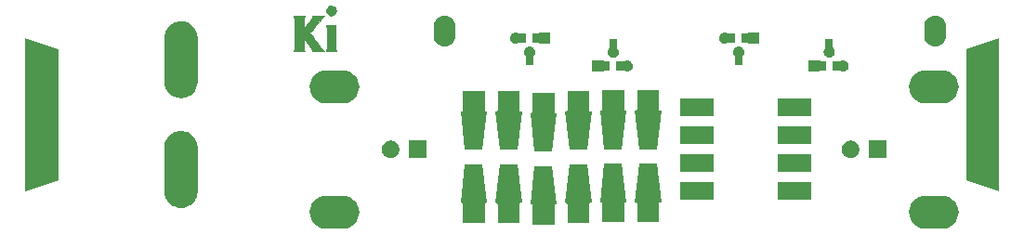
<source format=gts>
G04 #@! TF.GenerationSoftware,KiCad,Pcbnew,(5.0.1)-3*
G04 #@! TF.CreationDate,2018-12-03T12:15:07+01:00*
G04 #@! TF.ProjectId,drawdio,6472617764696F2E6B696361645F7063,rev?*
G04 #@! TF.SameCoordinates,PX60a6ad0PY525bfc0*
G04 #@! TF.FileFunction,Soldermask,Top*
G04 #@! TF.FilePolarity,Negative*
%FSLAX46Y46*%
G04 Gerber Fmt 4.6, Leading zero omitted, Abs format (unit mm)*
G04 Created by KiCad (PCBNEW (5.0.1)-3) date 03/12/2018 12:15:07*
%MOMM*%
%LPD*%
G01*
G04 APERTURE LIST*
%ADD10C,0.010000*%
%ADD11C,0.150000*%
G04 APERTURE END LIST*
D10*
G04 #@! TO.C,REF\002A\002A*
G36*
X-23071253Y8356600D02*
X-22525941Y8356600D01*
X-22724721Y8155213D01*
X-23054429Y7792309D01*
X-23268849Y7518185D01*
X-23347297Y7414600D01*
X-23441856Y7294471D01*
X-23541950Y7170798D01*
X-23637002Y7056581D01*
X-23716434Y6964819D01*
X-23741532Y6937240D01*
X-23822964Y6849788D01*
X-23753006Y6758644D01*
X-23617564Y6569396D01*
X-23530022Y6429950D01*
X-23475152Y6347714D01*
X-23413876Y6268388D01*
X-23408727Y6262393D01*
X-23339778Y6179419D01*
X-23259253Y6076863D01*
X-23176058Y5966712D01*
X-23099098Y5860953D01*
X-23037281Y5771575D01*
X-23001624Y5714453D01*
X-22966543Y5661404D01*
X-22908014Y5582938D01*
X-22836180Y5491748D01*
X-22761185Y5400528D01*
X-22693172Y5321968D01*
X-22656800Y5282980D01*
X-22632911Y5256919D01*
X-22590637Y5209594D01*
X-22582523Y5200430D01*
X-22520945Y5130800D01*
X-23647400Y5130800D01*
X-23647400Y5209077D01*
X-23664163Y5285605D01*
X-23711393Y5390851D01*
X-23784507Y5516761D01*
X-23878919Y5655284D01*
X-23966458Y5769467D01*
X-24037732Y5861687D01*
X-24103053Y5952731D01*
X-24150223Y6025465D01*
X-24156329Y6036167D01*
X-24196371Y6102566D01*
X-24231658Y6150716D01*
X-24240301Y6159500D01*
X-24274862Y6198184D01*
X-24315085Y6254750D01*
X-24352774Y6302907D01*
X-24383285Y6324513D01*
X-24384586Y6324600D01*
X-24393462Y6299909D01*
X-24400582Y6228619D01*
X-24405736Y6114908D01*
X-24408717Y5962956D01*
X-24409400Y5828039D01*
X-24408716Y5648737D01*
X-24406305Y5512730D01*
X-24401625Y5412525D01*
X-24394137Y5340631D01*
X-24383302Y5289557D01*
X-24368579Y5251812D01*
X-24367756Y5250189D01*
X-24332283Y5190509D01*
X-24300777Y5152382D01*
X-24297906Y5150239D01*
X-24313403Y5144677D01*
X-24372753Y5139738D01*
X-24469014Y5135688D01*
X-24595241Y5132793D01*
X-24744489Y5131318D01*
X-24796206Y5131189D01*
X-25322711Y5130800D01*
X-25293032Y5200650D01*
X-25264859Y5259242D01*
X-25242776Y5294630D01*
X-25238943Y5323858D01*
X-25235343Y5399219D01*
X-25232041Y5516049D01*
X-25229104Y5669683D01*
X-25226601Y5855454D01*
X-25224596Y6068698D01*
X-25223158Y6304749D01*
X-25222353Y6558941D01*
X-25222201Y6730710D01*
X-25222259Y7034689D01*
X-25222530Y7292088D01*
X-25223154Y7507126D01*
X-25224274Y7684022D01*
X-25226031Y7826996D01*
X-25228567Y7940267D01*
X-25232024Y8028055D01*
X-25236543Y8094579D01*
X-25242267Y8144059D01*
X-25249338Y8180714D01*
X-25257896Y8208763D01*
X-25268084Y8232426D01*
X-25273001Y8242301D01*
X-25303756Y8304131D01*
X-25321810Y8343340D01*
X-25323801Y8349271D01*
X-25299665Y8351493D01*
X-25232312Y8353444D01*
X-25129328Y8355016D01*
X-24998294Y8356099D01*
X-24846795Y8356585D01*
X-24813083Y8356600D01*
X-24639940Y8356336D01*
X-24511371Y8355169D01*
X-24421154Y8352536D01*
X-24363063Y8347877D01*
X-24330876Y8340628D01*
X-24318368Y8330228D01*
X-24319314Y8316115D01*
X-24320836Y8312150D01*
X-24354195Y8223327D01*
X-24378261Y8134819D01*
X-24394420Y8035859D01*
X-24404058Y7915679D01*
X-24408560Y7763512D01*
X-24409400Y7623912D01*
X-24409401Y7204096D01*
X-24333201Y7277100D01*
X-24285587Y7327443D01*
X-24259006Y7364722D01*
X-24257000Y7371517D01*
X-24241863Y7397450D01*
X-24202372Y7450872D01*
X-24147412Y7520855D01*
X-24085868Y7596471D01*
X-24026623Y7666791D01*
X-23978561Y7720886D01*
X-23951761Y7747000D01*
X-23929439Y7774266D01*
X-23891064Y7830370D01*
X-23863198Y7874000D01*
X-23804995Y7961702D01*
X-23742049Y8048302D01*
X-23719701Y8076638D01*
X-23674987Y8143264D01*
X-23649592Y8204357D01*
X-23647400Y8220610D01*
X-23646878Y8264323D01*
X-23641209Y8297498D01*
X-23624238Y8321588D01*
X-23589811Y8338045D01*
X-23531774Y8348323D01*
X-23443972Y8353873D01*
X-23320250Y8356149D01*
X-23154455Y8356604D01*
X-23071253Y8356600D01*
X-23071253Y8356600D01*
G37*
X-23071253Y8356600D02*
X-22525941Y8356600D01*
X-22724721Y8155213D01*
X-23054429Y7792309D01*
X-23268849Y7518185D01*
X-23347297Y7414600D01*
X-23441856Y7294471D01*
X-23541950Y7170798D01*
X-23637002Y7056581D01*
X-23716434Y6964819D01*
X-23741532Y6937240D01*
X-23822964Y6849788D01*
X-23753006Y6758644D01*
X-23617564Y6569396D01*
X-23530022Y6429950D01*
X-23475152Y6347714D01*
X-23413876Y6268388D01*
X-23408727Y6262393D01*
X-23339778Y6179419D01*
X-23259253Y6076863D01*
X-23176058Y5966712D01*
X-23099098Y5860953D01*
X-23037281Y5771575D01*
X-23001624Y5714453D01*
X-22966543Y5661404D01*
X-22908014Y5582938D01*
X-22836180Y5491748D01*
X-22761185Y5400528D01*
X-22693172Y5321968D01*
X-22656800Y5282980D01*
X-22632911Y5256919D01*
X-22590637Y5209594D01*
X-22582523Y5200430D01*
X-22520945Y5130800D01*
X-23647400Y5130800D01*
X-23647400Y5209077D01*
X-23664163Y5285605D01*
X-23711393Y5390851D01*
X-23784507Y5516761D01*
X-23878919Y5655284D01*
X-23966458Y5769467D01*
X-24037732Y5861687D01*
X-24103053Y5952731D01*
X-24150223Y6025465D01*
X-24156329Y6036167D01*
X-24196371Y6102566D01*
X-24231658Y6150716D01*
X-24240301Y6159500D01*
X-24274862Y6198184D01*
X-24315085Y6254750D01*
X-24352774Y6302907D01*
X-24383285Y6324513D01*
X-24384586Y6324600D01*
X-24393462Y6299909D01*
X-24400582Y6228619D01*
X-24405736Y6114908D01*
X-24408717Y5962956D01*
X-24409400Y5828039D01*
X-24408716Y5648737D01*
X-24406305Y5512730D01*
X-24401625Y5412525D01*
X-24394137Y5340631D01*
X-24383302Y5289557D01*
X-24368579Y5251812D01*
X-24367756Y5250189D01*
X-24332283Y5190509D01*
X-24300777Y5152382D01*
X-24297906Y5150239D01*
X-24313403Y5144677D01*
X-24372753Y5139738D01*
X-24469014Y5135688D01*
X-24595241Y5132793D01*
X-24744489Y5131318D01*
X-24796206Y5131189D01*
X-25322711Y5130800D01*
X-25293032Y5200650D01*
X-25264859Y5259242D01*
X-25242776Y5294630D01*
X-25238943Y5323858D01*
X-25235343Y5399219D01*
X-25232041Y5516049D01*
X-25229104Y5669683D01*
X-25226601Y5855454D01*
X-25224596Y6068698D01*
X-25223158Y6304749D01*
X-25222353Y6558941D01*
X-25222201Y6730710D01*
X-25222259Y7034689D01*
X-25222530Y7292088D01*
X-25223154Y7507126D01*
X-25224274Y7684022D01*
X-25226031Y7826996D01*
X-25228567Y7940267D01*
X-25232024Y8028055D01*
X-25236543Y8094579D01*
X-25242267Y8144059D01*
X-25249338Y8180714D01*
X-25257896Y8208763D01*
X-25268084Y8232426D01*
X-25273001Y8242301D01*
X-25303756Y8304131D01*
X-25321810Y8343340D01*
X-25323801Y8349271D01*
X-25299665Y8351493D01*
X-25232312Y8353444D01*
X-25129328Y8355016D01*
X-24998294Y8356099D01*
X-24846795Y8356585D01*
X-24813083Y8356600D01*
X-24639940Y8356336D01*
X-24511371Y8355169D01*
X-24421154Y8352536D01*
X-24363063Y8347877D01*
X-24330876Y8340628D01*
X-24318368Y8330228D01*
X-24319314Y8316115D01*
X-24320836Y8312150D01*
X-24354195Y8223327D01*
X-24378261Y8134819D01*
X-24394420Y8035859D01*
X-24404058Y7915679D01*
X-24408560Y7763512D01*
X-24409400Y7623912D01*
X-24409401Y7204096D01*
X-24333201Y7277100D01*
X-24285587Y7327443D01*
X-24259006Y7364722D01*
X-24257000Y7371517D01*
X-24241863Y7397450D01*
X-24202372Y7450872D01*
X-24147412Y7520855D01*
X-24085868Y7596471D01*
X-24026623Y7666791D01*
X-23978561Y7720886D01*
X-23951761Y7747000D01*
X-23929439Y7774266D01*
X-23891064Y7830370D01*
X-23863198Y7874000D01*
X-23804995Y7961702D01*
X-23742049Y8048302D01*
X-23719701Y8076638D01*
X-23674987Y8143264D01*
X-23649592Y8204357D01*
X-23647400Y8220610D01*
X-23646878Y8264323D01*
X-23641209Y8297498D01*
X-23624238Y8321588D01*
X-23589811Y8338045D01*
X-23531774Y8348323D01*
X-23443972Y8353873D01*
X-23320250Y8356149D01*
X-23154455Y8356604D01*
X-23071253Y8356600D01*
G36*
X-21488400Y6392955D02*
X-21488179Y6121472D01*
X-21487417Y5896382D01*
X-21485974Y5713279D01*
X-21483706Y5567760D01*
X-21480469Y5455417D01*
X-21476122Y5371845D01*
X-21470520Y5312641D01*
X-21463522Y5273397D01*
X-21454984Y5249708D01*
X-21451108Y5243605D01*
X-21424822Y5206057D01*
X-21414109Y5177915D01*
X-21424290Y5157826D01*
X-21460688Y5144437D01*
X-21528624Y5136395D01*
X-21633422Y5132347D01*
X-21780402Y5130940D01*
X-21894800Y5130800D01*
X-22045082Y5131485D01*
X-22176273Y5133392D01*
X-22280573Y5136298D01*
X-22350181Y5139983D01*
X-22377295Y5144224D01*
X-22377400Y5144512D01*
X-22366845Y5173546D01*
X-22340274Y5230491D01*
X-22326600Y5257800D01*
X-22313734Y5285240D01*
X-22303241Y5315606D01*
X-22294880Y5354080D01*
X-22288409Y5405845D01*
X-22283589Y5476082D01*
X-22280178Y5569973D01*
X-22277935Y5692699D01*
X-22276619Y5849441D01*
X-22275990Y6045383D01*
X-22275805Y6285704D01*
X-22275800Y6350250D01*
X-22276053Y6607731D01*
X-22276929Y6819251D01*
X-22278604Y6989649D01*
X-22281252Y7123762D01*
X-22285050Y7226429D01*
X-22290173Y7302487D01*
X-22296797Y7356774D01*
X-22305097Y7394128D01*
X-22314553Y7418062D01*
X-22353305Y7493000D01*
X-21488400Y7493000D01*
X-21488400Y6392955D01*
X-21488400Y6392955D01*
G37*
X-21488400Y6392955D02*
X-21488179Y6121472D01*
X-21487417Y5896382D01*
X-21485974Y5713279D01*
X-21483706Y5567760D01*
X-21480469Y5455417D01*
X-21476122Y5371845D01*
X-21470520Y5312641D01*
X-21463522Y5273397D01*
X-21454984Y5249708D01*
X-21451108Y5243605D01*
X-21424822Y5206057D01*
X-21414109Y5177915D01*
X-21424290Y5157826D01*
X-21460688Y5144437D01*
X-21528624Y5136395D01*
X-21633422Y5132347D01*
X-21780402Y5130940D01*
X-21894800Y5130800D01*
X-22045082Y5131485D01*
X-22176273Y5133392D01*
X-22280573Y5136298D01*
X-22350181Y5139983D01*
X-22377295Y5144224D01*
X-22377400Y5144512D01*
X-22366845Y5173546D01*
X-22340274Y5230491D01*
X-22326600Y5257800D01*
X-22313734Y5285240D01*
X-22303241Y5315606D01*
X-22294880Y5354080D01*
X-22288409Y5405845D01*
X-22283589Y5476082D01*
X-22280178Y5569973D01*
X-22277935Y5692699D01*
X-22276619Y5849441D01*
X-22275990Y6045383D01*
X-22275805Y6285704D01*
X-22275800Y6350250D01*
X-22276053Y6607731D01*
X-22276929Y6819251D01*
X-22278604Y6989649D01*
X-22281252Y7123762D01*
X-22285050Y7226429D01*
X-22290173Y7302487D01*
X-22296797Y7356774D01*
X-22305097Y7394128D01*
X-22314553Y7418062D01*
X-22353305Y7493000D01*
X-21488400Y7493000D01*
X-21488400Y6392955D01*
G36*
X-21729059Y9259040D02*
X-21611455Y9192605D01*
X-21517977Y9089955D01*
X-21474188Y9003876D01*
X-21443578Y8865386D01*
X-21452679Y8727409D01*
X-21500027Y8605916D01*
X-21512412Y8587150D01*
X-21602851Y8499592D01*
X-21721729Y8439447D01*
X-21854667Y8409582D01*
X-21987287Y8412866D01*
X-22105210Y8452168D01*
X-22125994Y8464756D01*
X-22208263Y8543606D01*
X-22276086Y8652230D01*
X-22318253Y8769705D01*
X-22326600Y8839201D01*
X-22307326Y8948425D01*
X-22256810Y9062890D01*
X-22186018Y9161842D01*
X-22130358Y9210705D01*
X-21998139Y9271124D01*
X-21861163Y9286224D01*
X-21729059Y9259040D01*
X-21729059Y9259040D01*
G37*
X-21729059Y9259040D02*
X-21611455Y9192605D01*
X-21517977Y9089955D01*
X-21474188Y9003876D01*
X-21443578Y8865386D01*
X-21452679Y8727409D01*
X-21500027Y8605916D01*
X-21512412Y8587150D01*
X-21602851Y8499592D01*
X-21721729Y8439447D01*
X-21854667Y8409582D01*
X-21987287Y8412866D01*
X-22105210Y8452168D01*
X-22125994Y8464756D01*
X-22208263Y8543606D01*
X-22276086Y8652230D01*
X-22318253Y8769705D01*
X-22326600Y8839201D01*
X-22307326Y8948425D01*
X-22256810Y9062890D01*
X-22186018Y9161842D01*
X-22130358Y9210705D01*
X-21998139Y9271124D01*
X-21861163Y9286224D01*
X-21729059Y9259040D01*
D11*
G36*
X34064048Y-8046704D02*
X34064051Y-8046705D01*
X34346802Y-8132476D01*
X34346804Y-8132477D01*
X34607389Y-8271763D01*
X34835792Y-8459208D01*
X35023237Y-8687611D01*
X35101947Y-8834866D01*
X35162524Y-8948198D01*
X35221391Y-9142257D01*
X35248296Y-9230952D01*
X35277257Y-9525000D01*
X35248296Y-9819048D01*
X35162523Y-10101804D01*
X35023237Y-10362389D01*
X34835792Y-10590792D01*
X34607389Y-10778237D01*
X34607387Y-10778238D01*
X34346802Y-10917524D01*
X34116685Y-10987329D01*
X34064048Y-11003296D01*
X33843684Y-11025000D01*
X32196316Y-11025000D01*
X31975952Y-11003296D01*
X31923315Y-10987329D01*
X31693198Y-10917524D01*
X31432613Y-10778238D01*
X31432611Y-10778237D01*
X31204208Y-10590792D01*
X31016763Y-10362389D01*
X30877477Y-10101804D01*
X30791704Y-9819048D01*
X30762743Y-9525000D01*
X30791704Y-9230952D01*
X30818609Y-9142257D01*
X30877476Y-8948198D01*
X30938053Y-8834866D01*
X31016763Y-8687611D01*
X31204208Y-8459208D01*
X31432611Y-8271763D01*
X31693196Y-8132477D01*
X31693198Y-8132476D01*
X31975949Y-8046705D01*
X31975952Y-8046704D01*
X32196316Y-8025000D01*
X33843684Y-8025000D01*
X34064048Y-8046704D01*
X34064048Y-8046704D01*
G37*
G36*
X-20545952Y-8046704D02*
X-20545949Y-8046705D01*
X-20263198Y-8132476D01*
X-20263196Y-8132477D01*
X-20002611Y-8271763D01*
X-19774208Y-8459208D01*
X-19586763Y-8687611D01*
X-19508053Y-8834866D01*
X-19447476Y-8948198D01*
X-19388609Y-9142257D01*
X-19361704Y-9230952D01*
X-19332743Y-9525000D01*
X-19361704Y-9819048D01*
X-19447477Y-10101804D01*
X-19586763Y-10362389D01*
X-19774208Y-10590792D01*
X-20002611Y-10778237D01*
X-20002613Y-10778238D01*
X-20263198Y-10917524D01*
X-20493315Y-10987329D01*
X-20545952Y-11003296D01*
X-20766316Y-11025000D01*
X-22413684Y-11025000D01*
X-22634048Y-11003296D01*
X-22686685Y-10987329D01*
X-22916802Y-10917524D01*
X-23177387Y-10778238D01*
X-23177389Y-10778237D01*
X-23405792Y-10590792D01*
X-23593237Y-10362389D01*
X-23732523Y-10101804D01*
X-23818296Y-9819048D01*
X-23847257Y-9525000D01*
X-23818296Y-9230952D01*
X-23791391Y-9142257D01*
X-23732524Y-8948198D01*
X-23671947Y-8834866D01*
X-23593237Y-8687611D01*
X-23405792Y-8459208D01*
X-23177389Y-8271763D01*
X-22916804Y-8132477D01*
X-22916802Y-8132476D01*
X-22634051Y-8046705D01*
X-22634048Y-8046704D01*
X-22413684Y-8025000D01*
X-20766316Y-8025000D01*
X-20545952Y-8046704D01*
X-20545952Y-8046704D01*
G37*
G36*
X-1341120Y-8813800D02*
X-1415510Y-8813800D01*
X-1439896Y-8816202D01*
X-1463345Y-8823315D01*
X-1484956Y-8834866D01*
X-1503898Y-8850412D01*
X-1519444Y-8869354D01*
X-1530995Y-8890965D01*
X-1538108Y-8914414D01*
X-1540510Y-8938800D01*
X-1540510Y-10651490D01*
X-3539490Y-10651490D01*
X-3539490Y-8938800D01*
X-3541892Y-8914414D01*
X-3549005Y-8890965D01*
X-3560556Y-8869354D01*
X-3576102Y-8850412D01*
X-3595044Y-8834866D01*
X-3616655Y-8823315D01*
X-3640104Y-8816202D01*
X-3664490Y-8813800D01*
X-3738880Y-8813800D01*
X-3340100Y-5313680D01*
X-1739900Y-5313680D01*
X-1341120Y-8813800D01*
X-1341120Y-8813800D01*
G37*
G36*
X1833880Y-8686800D02*
X1759490Y-8686800D01*
X1735104Y-8689202D01*
X1711655Y-8696315D01*
X1690044Y-8707866D01*
X1671102Y-8723412D01*
X1655556Y-8742354D01*
X1644005Y-8763965D01*
X1636892Y-8787414D01*
X1634490Y-8811800D01*
X1634490Y-10524490D01*
X-364490Y-10524490D01*
X-364490Y-8811800D01*
X-366892Y-8787414D01*
X-374005Y-8763965D01*
X-385556Y-8742354D01*
X-401102Y-8723412D01*
X-420044Y-8707866D01*
X-441655Y-8696315D01*
X-465104Y-8689202D01*
X-489490Y-8686800D01*
X-563880Y-8686800D01*
X-165100Y-5186680D01*
X1435100Y-5186680D01*
X1833880Y-8686800D01*
X1833880Y-8686800D01*
G37*
G36*
X-4516120Y-8686800D02*
X-4590510Y-8686800D01*
X-4614896Y-8689202D01*
X-4638345Y-8696315D01*
X-4659956Y-8707866D01*
X-4678898Y-8723412D01*
X-4694444Y-8742354D01*
X-4705995Y-8763965D01*
X-4713108Y-8787414D01*
X-4715510Y-8811800D01*
X-4715510Y-10524490D01*
X-6714490Y-10524490D01*
X-6714490Y-8811800D01*
X-6716892Y-8787414D01*
X-6724005Y-8763965D01*
X-6735556Y-8742354D01*
X-6751102Y-8723412D01*
X-6770044Y-8707866D01*
X-6791655Y-8696315D01*
X-6815104Y-8689202D01*
X-6839490Y-8686800D01*
X-6913880Y-8686800D01*
X-6515100Y-5186680D01*
X-4914900Y-5186680D01*
X-4516120Y-8686800D01*
X-4516120Y-8686800D01*
G37*
G36*
X-7691120Y-8686800D02*
X-7765510Y-8686800D01*
X-7789896Y-8689202D01*
X-7813345Y-8696315D01*
X-7834956Y-8707866D01*
X-7853898Y-8723412D01*
X-7869444Y-8742354D01*
X-7880995Y-8763965D01*
X-7888108Y-8787414D01*
X-7890510Y-8811800D01*
X-7890510Y-10524490D01*
X-9889490Y-10524490D01*
X-9889490Y-8811800D01*
X-9891892Y-8787414D01*
X-9899005Y-8763965D01*
X-9910556Y-8742354D01*
X-9926102Y-8723412D01*
X-9945044Y-8707866D01*
X-9966655Y-8696315D01*
X-9990104Y-8689202D01*
X-10014490Y-8686800D01*
X-10088880Y-8686800D01*
X-9690100Y-5186680D01*
X-8089900Y-5186680D01*
X-7691120Y-8686800D01*
X-7691120Y-8686800D01*
G37*
G36*
X5008880Y-8608060D02*
X4934490Y-8608060D01*
X4910104Y-8610462D01*
X4886655Y-8617575D01*
X4865044Y-8629126D01*
X4846102Y-8644672D01*
X4830556Y-8663614D01*
X4819005Y-8685225D01*
X4811892Y-8708674D01*
X4809490Y-8733060D01*
X4809490Y-10445750D01*
X2810510Y-10445750D01*
X2810510Y-8733060D01*
X2808108Y-8708674D01*
X2800995Y-8685225D01*
X2789444Y-8663614D01*
X2773898Y-8644672D01*
X2754956Y-8629126D01*
X2733345Y-8617575D01*
X2709896Y-8610462D01*
X2685510Y-8608060D01*
X2611120Y-8608060D01*
X3009900Y-5107940D01*
X4610100Y-5107940D01*
X5008880Y-8608060D01*
X5008880Y-8608060D01*
G37*
G36*
X8183880Y-8608060D02*
X8109490Y-8608060D01*
X8085104Y-8610462D01*
X8061655Y-8617575D01*
X8040044Y-8629126D01*
X8021102Y-8644672D01*
X8005556Y-8663614D01*
X7994005Y-8685225D01*
X7986892Y-8708674D01*
X7984490Y-8733060D01*
X7984490Y-10445750D01*
X5985510Y-10445750D01*
X5985510Y-8733060D01*
X5983108Y-8708674D01*
X5975995Y-8685225D01*
X5964444Y-8663614D01*
X5948898Y-8644672D01*
X5929956Y-8629126D01*
X5908345Y-8617575D01*
X5884896Y-8610462D01*
X5860510Y-8608060D01*
X5786120Y-8608060D01*
X6184900Y-5107940D01*
X7785100Y-5107940D01*
X8183880Y-8608060D01*
X8183880Y-8608060D01*
G37*
G36*
X-35265953Y-2156704D02*
X-35213316Y-2172671D01*
X-34983199Y-2242476D01*
X-34983197Y-2242477D01*
X-34722612Y-2381763D01*
X-34494209Y-2569208D01*
X-34306764Y-2797611D01*
X-34306763Y-2797613D01*
X-34167477Y-3058198D01*
X-34127921Y-3188599D01*
X-34081705Y-3340952D01*
X-34060001Y-3561316D01*
X-34060000Y-7708683D01*
X-34081704Y-7929047D01*
X-34081705Y-7929050D01*
X-34143413Y-8132477D01*
X-34167477Y-8211803D01*
X-34306763Y-8472388D01*
X-34494208Y-8700791D01*
X-34722611Y-8888236D01*
X-34817209Y-8938800D01*
X-34983198Y-9027523D01*
X-35124573Y-9070408D01*
X-35265951Y-9113295D01*
X-35527874Y-9139093D01*
X-35560000Y-9142257D01*
X-35560001Y-9142257D01*
X-35854047Y-9113296D01*
X-35906684Y-9097329D01*
X-36136801Y-9027524D01*
X-36285213Y-8948196D01*
X-36397388Y-8888237D01*
X-36625791Y-8700792D01*
X-36813236Y-8472389D01*
X-36952522Y-8211804D01*
X-37002604Y-8046704D01*
X-37038294Y-7929051D01*
X-37038294Y-7929050D01*
X-37038295Y-7929048D01*
X-37059999Y-7708684D01*
X-37060000Y-3561317D01*
X-37038296Y-3340953D01*
X-36952523Y-3058197D01*
X-36813237Y-2797612D01*
X-36625792Y-2569209D01*
X-36397389Y-2381764D01*
X-36136804Y-2242478D01*
X-36136802Y-2242477D01*
X-35995426Y-2199591D01*
X-35854049Y-2156705D01*
X-35592126Y-2130907D01*
X-35560000Y-2127743D01*
X-35559999Y-2127743D01*
X-35265953Y-2156704D01*
X-35265953Y-2156704D01*
G37*
G36*
X12980000Y-8420000D02*
X9880000Y-8420000D01*
X9880000Y-6820000D01*
X12980000Y-6820000D01*
X12980000Y-8420000D01*
X12980000Y-8420000D01*
G37*
G36*
X21870000Y-8420000D02*
X18770000Y-8420000D01*
X18770000Y-6820000D01*
X21870000Y-6820000D01*
X21870000Y-8420000D01*
X21870000Y-8420000D01*
G37*
G36*
X-46760000Y5365001D02*
X-46760000Y-6635001D01*
X-49760000Y-7635001D01*
X-49760000Y6365001D01*
X-46760000Y5365001D01*
X-46760000Y5365001D01*
G37*
G36*
X38965000Y-7635001D02*
X35965000Y-6635001D01*
X35965000Y5365001D01*
X38965000Y6365001D01*
X38965000Y-7635001D01*
X38965000Y-7635001D01*
G37*
G36*
X21870000Y-5880000D02*
X18770000Y-5880000D01*
X18770000Y-4280000D01*
X21870000Y-4280000D01*
X21870000Y-5880000D01*
X21870000Y-5880000D01*
G37*
G36*
X12980000Y-5880000D02*
X9880000Y-5880000D01*
X9880000Y-4280000D01*
X12980000Y-4280000D01*
X12980000Y-5880000D01*
X12980000Y-5880000D01*
G37*
G36*
X25673352Y-3040743D02*
X25818941Y-3101048D01*
X25949973Y-3188601D01*
X26061399Y-3300027D01*
X26148952Y-3431059D01*
X26209257Y-3576648D01*
X26240000Y-3731205D01*
X26240000Y-3888795D01*
X26209257Y-4043352D01*
X26148952Y-4188941D01*
X26061399Y-4319973D01*
X25949973Y-4431399D01*
X25818941Y-4518952D01*
X25673352Y-4579257D01*
X25518795Y-4610000D01*
X25361205Y-4610000D01*
X25206648Y-4579257D01*
X25061059Y-4518952D01*
X24930027Y-4431399D01*
X24818601Y-4319973D01*
X24731048Y-4188941D01*
X24670743Y-4043352D01*
X24640000Y-3888795D01*
X24640000Y-3731205D01*
X24670743Y-3576648D01*
X24731048Y-3431059D01*
X24818601Y-3300027D01*
X24930027Y-3188601D01*
X25061059Y-3101048D01*
X25206648Y-3040743D01*
X25361205Y-3010000D01*
X25518795Y-3010000D01*
X25673352Y-3040743D01*
X25673352Y-3040743D01*
G37*
G36*
X28740000Y-4610000D02*
X27140000Y-4610000D01*
X27140000Y-3010000D01*
X28740000Y-3010000D01*
X28740000Y-4610000D01*
X28740000Y-4610000D01*
G37*
G36*
X-13170000Y-4610000D02*
X-14770000Y-4610000D01*
X-14770000Y-3010000D01*
X-13170000Y-3010000D01*
X-13170000Y-4610000D01*
X-13170000Y-4610000D01*
G37*
G36*
X-16236648Y-3040743D02*
X-16091059Y-3101048D01*
X-15960027Y-3188601D01*
X-15848601Y-3300027D01*
X-15761048Y-3431059D01*
X-15700743Y-3576648D01*
X-15670000Y-3731205D01*
X-15670000Y-3888795D01*
X-15700743Y-4043352D01*
X-15761048Y-4188941D01*
X-15848601Y-4319973D01*
X-15960027Y-4431399D01*
X-16091059Y-4518952D01*
X-16236648Y-4579257D01*
X-16391205Y-4610000D01*
X-16548795Y-4610000D01*
X-16703352Y-4579257D01*
X-16848941Y-4518952D01*
X-16979973Y-4431399D01*
X-17091399Y-4319973D01*
X-17178952Y-4188941D01*
X-17239257Y-4043352D01*
X-17270000Y-3888795D01*
X-17270000Y-3731205D01*
X-17239257Y-3576648D01*
X-17178952Y-3431059D01*
X-17091399Y-3300027D01*
X-16979973Y-3188601D01*
X-16848941Y-3101048D01*
X-16703352Y-3040743D01*
X-16548795Y-3010000D01*
X-16391205Y-3010000D01*
X-16236648Y-3040743D01*
X-16236648Y-3040743D01*
G37*
G36*
X-1540510Y-362680D02*
X-1538108Y-387066D01*
X-1530995Y-410515D01*
X-1519444Y-432126D01*
X-1503898Y-451068D01*
X-1484956Y-466614D01*
X-1463345Y-478165D01*
X-1439896Y-485278D01*
X-1415510Y-487680D01*
X-1341120Y-487680D01*
X-1739900Y-3987800D01*
X-3340100Y-3987800D01*
X-3738880Y-487680D01*
X-3664490Y-487680D01*
X-3640104Y-485278D01*
X-3616655Y-478165D01*
X-3595044Y-466614D01*
X-3576102Y-451068D01*
X-3560556Y-432126D01*
X-3549005Y-410515D01*
X-3541892Y-387066D01*
X-3539490Y-362680D01*
X-3539490Y1350010D01*
X-1540510Y1350010D01*
X-1540510Y-362680D01*
X-1540510Y-362680D01*
G37*
G36*
X-7890510Y-235680D02*
X-7888108Y-260066D01*
X-7880995Y-283515D01*
X-7869444Y-305126D01*
X-7853898Y-324068D01*
X-7834956Y-339614D01*
X-7813345Y-351165D01*
X-7789896Y-358278D01*
X-7765510Y-360680D01*
X-7691120Y-360680D01*
X-8089900Y-3860800D01*
X-9690100Y-3860800D01*
X-10088880Y-360680D01*
X-10014490Y-360680D01*
X-9990104Y-358278D01*
X-9966655Y-351165D01*
X-9945044Y-339614D01*
X-9926102Y-324068D01*
X-9910556Y-305126D01*
X-9899005Y-283515D01*
X-9891892Y-260066D01*
X-9889490Y-235680D01*
X-9889490Y1477010D01*
X-7890510Y1477010D01*
X-7890510Y-235680D01*
X-7890510Y-235680D01*
G37*
G36*
X-4715510Y-235680D02*
X-4713108Y-260066D01*
X-4705995Y-283515D01*
X-4694444Y-305126D01*
X-4678898Y-324068D01*
X-4659956Y-339614D01*
X-4638345Y-351165D01*
X-4614896Y-358278D01*
X-4590510Y-360680D01*
X-4516120Y-360680D01*
X-4914900Y-3860800D01*
X-6515100Y-3860800D01*
X-6913880Y-360680D01*
X-6839490Y-360680D01*
X-6815104Y-358278D01*
X-6791655Y-351165D01*
X-6770044Y-339614D01*
X-6751102Y-324068D01*
X-6735556Y-305126D01*
X-6724005Y-283515D01*
X-6716892Y-260066D01*
X-6714490Y-235680D01*
X-6714490Y1477010D01*
X-4715510Y1477010D01*
X-4715510Y-235680D01*
X-4715510Y-235680D01*
G37*
G36*
X1634490Y-235680D02*
X1636892Y-260066D01*
X1644005Y-283515D01*
X1655556Y-305126D01*
X1671102Y-324068D01*
X1690044Y-339614D01*
X1711655Y-351165D01*
X1735104Y-358278D01*
X1759490Y-360680D01*
X1833880Y-360680D01*
X1435100Y-3860800D01*
X-165100Y-3860800D01*
X-563880Y-360680D01*
X-489490Y-360680D01*
X-465104Y-358278D01*
X-441655Y-351165D01*
X-420044Y-339614D01*
X-401102Y-324068D01*
X-385556Y-305126D01*
X-374005Y-283515D01*
X-366892Y-260066D01*
X-364490Y-235680D01*
X-364490Y1477010D01*
X1634490Y1477010D01*
X1634490Y-235680D01*
X1634490Y-235680D01*
G37*
G36*
X7984490Y-156940D02*
X7986892Y-181326D01*
X7994005Y-204775D01*
X8005556Y-226386D01*
X8021102Y-245328D01*
X8040044Y-260874D01*
X8061655Y-272425D01*
X8085104Y-279538D01*
X8109490Y-281940D01*
X8183880Y-281940D01*
X7785100Y-3782060D01*
X6184900Y-3782060D01*
X5786120Y-281940D01*
X5860510Y-281940D01*
X5884896Y-279538D01*
X5908345Y-272425D01*
X5929956Y-260874D01*
X5948898Y-245328D01*
X5964444Y-226386D01*
X5975995Y-204775D01*
X5983108Y-181326D01*
X5985510Y-156940D01*
X5985510Y1555750D01*
X7984490Y1555750D01*
X7984490Y-156940D01*
X7984490Y-156940D01*
G37*
G36*
X4809490Y-156940D02*
X4811892Y-181326D01*
X4819005Y-204775D01*
X4830556Y-226386D01*
X4846102Y-245328D01*
X4865044Y-260874D01*
X4886655Y-272425D01*
X4910104Y-279538D01*
X4934490Y-281940D01*
X5008880Y-281940D01*
X4610100Y-3782060D01*
X3009900Y-3782060D01*
X2611120Y-281940D01*
X2685510Y-281940D01*
X2709896Y-279538D01*
X2733345Y-272425D01*
X2754956Y-260874D01*
X2773898Y-245328D01*
X2789444Y-226386D01*
X2800995Y-204775D01*
X2808108Y-181326D01*
X2810510Y-156940D01*
X2810510Y1555750D01*
X4809490Y1555750D01*
X4809490Y-156940D01*
X4809490Y-156940D01*
G37*
G36*
X21870000Y-3340000D02*
X18770000Y-3340000D01*
X18770000Y-1740000D01*
X21870000Y-1740000D01*
X21870000Y-3340000D01*
X21870000Y-3340000D01*
G37*
G36*
X12980000Y-3340000D02*
X9880000Y-3340000D01*
X9880000Y-1740000D01*
X12980000Y-1740000D01*
X12980000Y-3340000D01*
X12980000Y-3340000D01*
G37*
G36*
X21870000Y-800000D02*
X18770000Y-800000D01*
X18770000Y800000D01*
X21870000Y800000D01*
X21870000Y-800000D01*
X21870000Y-800000D01*
G37*
G36*
X12980000Y-800000D02*
X9880000Y-800000D01*
X9880000Y800000D01*
X12980000Y800000D01*
X12980000Y-800000D01*
X12980000Y-800000D01*
G37*
G36*
X-20545952Y3383296D02*
X-20545949Y3383295D01*
X-20263198Y3297524D01*
X-20263196Y3297523D01*
X-20002611Y3158237D01*
X-19774208Y2970792D01*
X-19586763Y2742389D01*
X-19447477Y2481804D01*
X-19361704Y2199048D01*
X-19332743Y1905000D01*
X-19361704Y1610952D01*
X-19361705Y1610949D01*
X-19440859Y1350010D01*
X-19447477Y1328196D01*
X-19586763Y1067611D01*
X-19774208Y839208D01*
X-20002611Y651763D01*
X-20002613Y651762D01*
X-20263198Y512476D01*
X-20493315Y442671D01*
X-20545952Y426704D01*
X-20766316Y405000D01*
X-22413684Y405000D01*
X-22634048Y426704D01*
X-22686685Y442671D01*
X-22916802Y512476D01*
X-23177387Y651762D01*
X-23177389Y651763D01*
X-23405792Y839208D01*
X-23593237Y1067611D01*
X-23732523Y1328196D01*
X-23739140Y1350010D01*
X-23818295Y1610949D01*
X-23818296Y1610952D01*
X-23847257Y1905000D01*
X-23818296Y2199048D01*
X-23732523Y2481804D01*
X-23593237Y2742389D01*
X-23405792Y2970792D01*
X-23177389Y3158237D01*
X-22916804Y3297523D01*
X-22916802Y3297524D01*
X-22634051Y3383295D01*
X-22634048Y3383296D01*
X-22413684Y3405000D01*
X-20766316Y3405000D01*
X-20545952Y3383296D01*
X-20545952Y3383296D01*
G37*
G36*
X34064048Y3383296D02*
X34064051Y3383295D01*
X34346802Y3297524D01*
X34346804Y3297523D01*
X34607389Y3158237D01*
X34835792Y2970792D01*
X35023237Y2742389D01*
X35162523Y2481804D01*
X35248296Y2199048D01*
X35277257Y1905000D01*
X35248296Y1610952D01*
X35248295Y1610949D01*
X35169141Y1350010D01*
X35162523Y1328196D01*
X35023237Y1067611D01*
X34835792Y839208D01*
X34607389Y651763D01*
X34607387Y651762D01*
X34346802Y512476D01*
X34116685Y442671D01*
X34064048Y426704D01*
X33843684Y405000D01*
X32196316Y405000D01*
X31975952Y426704D01*
X31923315Y442671D01*
X31693198Y512476D01*
X31432613Y651762D01*
X31432611Y651763D01*
X31204208Y839208D01*
X31016763Y1067611D01*
X30877477Y1328196D01*
X30870860Y1350010D01*
X30791705Y1610949D01*
X30791704Y1610952D01*
X30762743Y1905000D01*
X30791704Y2199048D01*
X30877477Y2481804D01*
X31016763Y2742389D01*
X31204208Y2970792D01*
X31432611Y3158237D01*
X31693196Y3297523D01*
X31693198Y3297524D01*
X31975949Y3383295D01*
X31975952Y3383296D01*
X32196316Y3405000D01*
X33843684Y3405000D01*
X34064048Y3383296D01*
X34064048Y3383296D01*
G37*
G36*
X-35265953Y7843296D02*
X-35213316Y7827329D01*
X-34983199Y7757524D01*
X-34983197Y7757523D01*
X-34722612Y7618237D01*
X-34494209Y7430792D01*
X-34306764Y7202389D01*
X-34306763Y7202387D01*
X-34167477Y6941802D01*
X-34125191Y6802402D01*
X-34081705Y6659048D01*
X-34060001Y6438684D01*
X-34060000Y2291317D01*
X-34081704Y2070953D01*
X-34167477Y1788197D01*
X-34306763Y1527612D01*
X-34494208Y1299209D01*
X-34722611Y1111764D01*
X-34805215Y1067611D01*
X-34983198Y972477D01*
X-35124574Y929591D01*
X-35265951Y886705D01*
X-35527874Y860907D01*
X-35560000Y857743D01*
X-35560001Y857743D01*
X-35854047Y886704D01*
X-35906684Y902671D01*
X-36136801Y972476D01*
X-36397386Y1111762D01*
X-36397388Y1111763D01*
X-36625791Y1299208D01*
X-36813236Y1527611D01*
X-36952522Y1788196D01*
X-37038295Y2070952D01*
X-37059999Y2291316D01*
X-37060000Y6438683D01*
X-37038296Y6659047D01*
X-36997633Y6793095D01*
X-36952524Y6941801D01*
X-36813238Y7202386D01*
X-36813237Y7202388D01*
X-36625792Y7430791D01*
X-36397389Y7618236D01*
X-36136804Y7757522D01*
X-36136802Y7757523D01*
X-35995427Y7800408D01*
X-35854049Y7843295D01*
X-35592126Y7869093D01*
X-35560000Y7872257D01*
X-35559999Y7872257D01*
X-35265953Y7843296D01*
X-35265953Y7843296D01*
G37*
G36*
X2949612Y4296612D02*
X2968554Y4281066D01*
X2990165Y4269515D01*
X3013614Y4262402D01*
X3038000Y4260000D01*
X3525000Y4260000D01*
X3525000Y3360000D01*
X3038000Y3360000D01*
X3013614Y3357598D01*
X2990165Y3350485D01*
X2968554Y3338934D01*
X2949612Y3323388D01*
X2938624Y3310000D01*
X1913000Y3310000D01*
X1913000Y4310000D01*
X2938624Y4310000D01*
X2949612Y4296612D01*
X2949612Y4296612D01*
G37*
G36*
X5196551Y4296612D02*
X5225845Y4290785D01*
X5300167Y4260000D01*
X5316839Y4253094D01*
X5397640Y4199104D01*
X5398734Y4198373D01*
X5468373Y4128734D01*
X5523095Y4046837D01*
X5560785Y3955845D01*
X5580000Y3859245D01*
X5580000Y3760755D01*
X5560785Y3664155D01*
X5523095Y3573163D01*
X5468373Y3491266D01*
X5398734Y3421627D01*
X5398731Y3421625D01*
X5316839Y3366906D01*
X5316838Y3366905D01*
X5316837Y3366905D01*
X5294368Y3357598D01*
X5225845Y3329215D01*
X5129246Y3310000D01*
X5030754Y3310000D01*
X4934155Y3329215D01*
X4882804Y3350485D01*
X4859356Y3357598D01*
X4834970Y3360000D01*
X4095000Y3360000D01*
X4095000Y4260000D01*
X4834970Y4260000D01*
X4859356Y4262402D01*
X4882805Y4269515D01*
X4934155Y4290785D01*
X4963449Y4296612D01*
X5030754Y4310000D01*
X5129246Y4310000D01*
X5196551Y4296612D01*
X5196551Y4296612D01*
G37*
G36*
X22634612Y4296612D02*
X22653554Y4281066D01*
X22675165Y4269515D01*
X22698614Y4262402D01*
X22723000Y4260000D01*
X23210000Y4260000D01*
X23210000Y3360000D01*
X22723000Y3360000D01*
X22698614Y3357598D01*
X22675165Y3350485D01*
X22653554Y3338934D01*
X22634612Y3323388D01*
X22623624Y3310000D01*
X21598000Y3310000D01*
X21598000Y4310000D01*
X22623624Y4310000D01*
X22634612Y4296612D01*
X22634612Y4296612D01*
G37*
G36*
X24881551Y4296612D02*
X24910845Y4290785D01*
X24985167Y4260000D01*
X25001839Y4253094D01*
X25082640Y4199104D01*
X25083734Y4198373D01*
X25153373Y4128734D01*
X25208095Y4046837D01*
X25245785Y3955845D01*
X25265000Y3859245D01*
X25265000Y3760755D01*
X25245785Y3664155D01*
X25208095Y3573163D01*
X25153373Y3491266D01*
X25083734Y3421627D01*
X25083731Y3421625D01*
X25001839Y3366906D01*
X25001838Y3366905D01*
X25001837Y3366905D01*
X24979368Y3357598D01*
X24910845Y3329215D01*
X24814246Y3310000D01*
X24715754Y3310000D01*
X24619155Y3329215D01*
X24567804Y3350485D01*
X24544356Y3357598D01*
X24519970Y3360000D01*
X23780000Y3360000D01*
X23780000Y4260000D01*
X24519970Y4260000D01*
X24544356Y4262402D01*
X24567805Y4269515D01*
X24619155Y4290785D01*
X24648449Y4296612D01*
X24715754Y4310000D01*
X24814246Y4310000D01*
X24881551Y4296612D01*
X24881551Y4296612D01*
G37*
G36*
X15385845Y5560785D02*
X15476839Y5523094D01*
X15528039Y5488883D01*
X15558734Y5468373D01*
X15628373Y5398734D01*
X15628375Y5398731D01*
X15650914Y5365000D01*
X15683095Y5316837D01*
X15720785Y5225845D01*
X15740000Y5129245D01*
X15740000Y5030755D01*
X15720785Y4934155D01*
X15683095Y4843163D01*
X15628373Y4761266D01*
X15626612Y4759505D01*
X15611066Y4740563D01*
X15599515Y4718952D01*
X15592402Y4695503D01*
X15590000Y4671117D01*
X15590000Y3868000D01*
X14890000Y3868000D01*
X14890000Y4671117D01*
X14887598Y4695503D01*
X14880485Y4718952D01*
X14868934Y4740563D01*
X14853388Y4759505D01*
X14851627Y4761266D01*
X14796905Y4843163D01*
X14759215Y4934155D01*
X14740000Y5030755D01*
X14740000Y5129245D01*
X14759215Y5225845D01*
X14796905Y5316837D01*
X14829087Y5365000D01*
X14851625Y5398731D01*
X14851627Y5398734D01*
X14921266Y5468373D01*
X14951961Y5488883D01*
X15003161Y5523094D01*
X15094155Y5560785D01*
X15190754Y5580000D01*
X15289246Y5580000D01*
X15385845Y5560785D01*
X15385845Y5560785D01*
G37*
G36*
X-3664155Y5560785D02*
X-3573161Y5523094D01*
X-3521961Y5488883D01*
X-3491266Y5468373D01*
X-3421627Y5398734D01*
X-3421625Y5398731D01*
X-3399086Y5365000D01*
X-3366905Y5316837D01*
X-3329215Y5225845D01*
X-3310000Y5129245D01*
X-3310000Y5030755D01*
X-3329215Y4934155D01*
X-3366905Y4843163D01*
X-3421627Y4761266D01*
X-3423388Y4759505D01*
X-3438934Y4740563D01*
X-3450485Y4718952D01*
X-3457598Y4695503D01*
X-3460000Y4671117D01*
X-3460000Y3868000D01*
X-4160000Y3868000D01*
X-4160000Y4671117D01*
X-4162402Y4695503D01*
X-4169515Y4718952D01*
X-4181066Y4740563D01*
X-4196612Y4759505D01*
X-4198373Y4761266D01*
X-4253095Y4843163D01*
X-4290785Y4934155D01*
X-4310000Y5030755D01*
X-4310000Y5129245D01*
X-4290785Y5225845D01*
X-4253095Y5316837D01*
X-4220913Y5365000D01*
X-4198375Y5398731D01*
X-4198373Y5398734D01*
X-4128734Y5468373D01*
X-4098039Y5488883D01*
X-4046839Y5523094D01*
X-3955845Y5560785D01*
X-3859246Y5580000D01*
X-3760754Y5580000D01*
X-3664155Y5560785D01*
X-3664155Y5560785D01*
G37*
G36*
X23845000Y5488883D02*
X23847402Y5464497D01*
X23854515Y5441048D01*
X23866066Y5419437D01*
X23881612Y5400495D01*
X23883373Y5398734D01*
X23883375Y5398731D01*
X23905914Y5365000D01*
X23938095Y5316837D01*
X23975785Y5225845D01*
X23995000Y5129245D01*
X23995000Y5030755D01*
X23975785Y4934155D01*
X23938095Y4843163D01*
X23883373Y4761266D01*
X23813734Y4691627D01*
X23813731Y4691625D01*
X23731839Y4636906D01*
X23640845Y4599215D01*
X23544246Y4580000D01*
X23445754Y4580000D01*
X23349155Y4599215D01*
X23258161Y4636906D01*
X23176269Y4691625D01*
X23176266Y4691627D01*
X23106627Y4761266D01*
X23051905Y4843163D01*
X23014215Y4934155D01*
X22995000Y5030755D01*
X22995000Y5129245D01*
X23014215Y5225845D01*
X23051905Y5316837D01*
X23084087Y5365000D01*
X23106625Y5398731D01*
X23106627Y5398734D01*
X23108388Y5400495D01*
X23123934Y5419437D01*
X23135485Y5441048D01*
X23142598Y5464497D01*
X23145000Y5488883D01*
X23145000Y6292000D01*
X23845000Y6292000D01*
X23845000Y5488883D01*
X23845000Y5488883D01*
G37*
G36*
X4160000Y5488883D02*
X4162402Y5464497D01*
X4169515Y5441048D01*
X4181066Y5419437D01*
X4196612Y5400495D01*
X4198373Y5398734D01*
X4198375Y5398731D01*
X4220914Y5365000D01*
X4253095Y5316837D01*
X4290785Y5225845D01*
X4310000Y5129245D01*
X4310000Y5030755D01*
X4290785Y4934155D01*
X4253095Y4843163D01*
X4198373Y4761266D01*
X4128734Y4691627D01*
X4128731Y4691625D01*
X4046839Y4636906D01*
X3955845Y4599215D01*
X3859246Y4580000D01*
X3760754Y4580000D01*
X3664155Y4599215D01*
X3573161Y4636906D01*
X3491269Y4691625D01*
X3491266Y4691627D01*
X3421627Y4761266D01*
X3366905Y4843163D01*
X3329215Y4934155D01*
X3310000Y5030755D01*
X3310000Y5129245D01*
X3329215Y5225845D01*
X3366905Y5316837D01*
X3399087Y5365000D01*
X3421625Y5398731D01*
X3421627Y5398734D01*
X3423388Y5400495D01*
X3438934Y5419437D01*
X3450485Y5441048D01*
X3457598Y5464497D01*
X3460000Y5488883D01*
X3460000Y6292000D01*
X4160000Y6292000D01*
X4160000Y5488883D01*
X4160000Y5488883D01*
G37*
G36*
X-11358971Y8370531D02*
X-11358968Y8370530D01*
X-11358967Y8370530D01*
X-11170466Y8313349D01*
X-11170464Y8313348D01*
X-10996741Y8220491D01*
X-10844473Y8095528D01*
X-10719510Y7943260D01*
X-10719509Y7943258D01*
X-10626652Y7769535D01*
X-10580756Y7618236D01*
X-10569470Y7581030D01*
X-10555001Y7434124D01*
X-10555000Y6535877D01*
X-10569469Y6388971D01*
X-10569470Y6388968D01*
X-10569470Y6388967D01*
X-10576740Y6365000D01*
X-10626652Y6200464D01*
X-10719509Y6026741D01*
X-10844472Y5874473D01*
X-10996740Y5749510D01*
X-10996742Y5749509D01*
X-11170465Y5656652D01*
X-11323878Y5610115D01*
X-11358969Y5599470D01*
X-11530955Y5582530D01*
X-11555000Y5580162D01*
X-11555001Y5580162D01*
X-11751029Y5599469D01*
X-11751032Y5599470D01*
X-11751033Y5599470D01*
X-11939534Y5656651D01*
X-12113257Y5749508D01*
X-12113259Y5749509D01*
X-12265527Y5874472D01*
X-12390490Y6026740D01*
X-12483347Y6200463D01*
X-12511114Y6292000D01*
X-12540529Y6388966D01*
X-12540529Y6388967D01*
X-12540530Y6388970D01*
X-12554999Y6535876D01*
X-12555000Y7434123D01*
X-12540531Y7581029D01*
X-12540530Y7581033D01*
X-12483349Y7769534D01*
X-12390492Y7943257D01*
X-12390491Y7943259D01*
X-12265528Y8095527D01*
X-12113260Y8220490D01*
X-11939537Y8313347D01*
X-11939535Y8313348D01*
X-11751034Y8370529D01*
X-11751031Y8370530D01*
X-11579045Y8387470D01*
X-11555000Y8389838D01*
X-11554999Y8389838D01*
X-11358971Y8370531D01*
X-11358971Y8370531D01*
G37*
G36*
X33341029Y8370531D02*
X33341032Y8370530D01*
X33341033Y8370530D01*
X33529534Y8313349D01*
X33529536Y8313348D01*
X33703259Y8220491D01*
X33855527Y8095528D01*
X33980490Y7943260D01*
X33980491Y7943258D01*
X34073348Y7769535D01*
X34119244Y7618236D01*
X34130530Y7581030D01*
X34144999Y7434124D01*
X34145000Y6535877D01*
X34130531Y6388971D01*
X34130530Y6388968D01*
X34130530Y6388967D01*
X34123260Y6365000D01*
X34073348Y6200464D01*
X33980491Y6026741D01*
X33855528Y5874473D01*
X33703260Y5749510D01*
X33703258Y5749509D01*
X33529535Y5656652D01*
X33376122Y5610115D01*
X33341031Y5599470D01*
X33169045Y5582530D01*
X33145000Y5580162D01*
X33144999Y5580162D01*
X32948971Y5599469D01*
X32948968Y5599470D01*
X32948967Y5599470D01*
X32760466Y5656651D01*
X32586743Y5749508D01*
X32586741Y5749509D01*
X32434473Y5874472D01*
X32309510Y6026740D01*
X32216653Y6200463D01*
X32188886Y6292000D01*
X32159471Y6388966D01*
X32159471Y6388967D01*
X32159470Y6388970D01*
X32145001Y6535876D01*
X32145000Y7434123D01*
X32159469Y7581029D01*
X32159470Y7581033D01*
X32216651Y7769534D01*
X32309508Y7943257D01*
X32309509Y7943259D01*
X32434472Y8095527D01*
X32586740Y8220490D01*
X32760463Y8313347D01*
X32760465Y8313348D01*
X32948966Y8370529D01*
X32948969Y8370530D01*
X33120955Y8387470D01*
X33145000Y8389838D01*
X33145001Y8389838D01*
X33341029Y8370531D01*
X33341029Y8370531D01*
G37*
G36*
X17137000Y5850000D02*
X16111376Y5850000D01*
X16100388Y5863388D01*
X16081446Y5878934D01*
X16059835Y5890485D01*
X16036386Y5897598D01*
X16012000Y5900000D01*
X15525000Y5900000D01*
X15525000Y6800000D01*
X16012000Y6800000D01*
X16036386Y6802402D01*
X16059835Y6809515D01*
X16081446Y6821066D01*
X16100388Y6836612D01*
X16111376Y6850000D01*
X17137000Y6850000D01*
X17137000Y5850000D01*
X17137000Y5850000D01*
G37*
G36*
X14086551Y6836612D02*
X14115845Y6830785D01*
X14167195Y6809515D01*
X14190644Y6802402D01*
X14215030Y6800000D01*
X14955000Y6800000D01*
X14955000Y5900000D01*
X14215030Y5900000D01*
X14190644Y5897598D01*
X14167196Y5890485D01*
X14115845Y5869215D01*
X14019246Y5850000D01*
X13920754Y5850000D01*
X13824155Y5869215D01*
X13755632Y5897598D01*
X13733163Y5906905D01*
X13733162Y5906905D01*
X13733161Y5906906D01*
X13651269Y5961625D01*
X13651266Y5961627D01*
X13581627Y6031266D01*
X13526905Y6113163D01*
X13489215Y6204155D01*
X13470000Y6300755D01*
X13470000Y6399245D01*
X13489215Y6495845D01*
X13526905Y6586837D01*
X13581627Y6668734D01*
X13651266Y6738373D01*
X13652360Y6739104D01*
X13733161Y6793094D01*
X13749834Y6800000D01*
X13824155Y6830785D01*
X13853449Y6836612D01*
X13920754Y6850000D01*
X14019246Y6850000D01*
X14086551Y6836612D01*
X14086551Y6836612D01*
G37*
G36*
X-1913000Y5850000D02*
X-2938624Y5850000D01*
X-2949612Y5863388D01*
X-2968554Y5878934D01*
X-2990165Y5890485D01*
X-3013614Y5897598D01*
X-3038000Y5900000D01*
X-3525000Y5900000D01*
X-3525000Y6800000D01*
X-3038000Y6800000D01*
X-3013614Y6802402D01*
X-2990165Y6809515D01*
X-2968554Y6821066D01*
X-2949612Y6836612D01*
X-2938624Y6850000D01*
X-1913000Y6850000D01*
X-1913000Y5850000D01*
X-1913000Y5850000D01*
G37*
G36*
X-4963449Y6836612D02*
X-4934155Y6830785D01*
X-4882805Y6809515D01*
X-4859356Y6802402D01*
X-4834970Y6800000D01*
X-4095000Y6800000D01*
X-4095000Y5900000D01*
X-4834970Y5900000D01*
X-4859356Y5897598D01*
X-4882804Y5890485D01*
X-4934155Y5869215D01*
X-5030754Y5850000D01*
X-5129246Y5850000D01*
X-5225845Y5869215D01*
X-5294368Y5897598D01*
X-5316837Y5906905D01*
X-5316838Y5906905D01*
X-5316839Y5906906D01*
X-5398731Y5961625D01*
X-5398734Y5961627D01*
X-5468373Y6031266D01*
X-5523095Y6113163D01*
X-5560785Y6204155D01*
X-5580000Y6300755D01*
X-5580000Y6399245D01*
X-5560785Y6495845D01*
X-5523095Y6586837D01*
X-5468373Y6668734D01*
X-5398734Y6738373D01*
X-5397640Y6739104D01*
X-5316839Y6793094D01*
X-5300166Y6800000D01*
X-5225845Y6830785D01*
X-5196551Y6836612D01*
X-5129246Y6850000D01*
X-5030754Y6850000D01*
X-4963449Y6836612D01*
X-4963449Y6836612D01*
G37*
M02*

</source>
